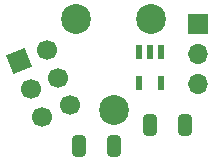
<source format=gbr>
%TF.GenerationSoftware,KiCad,Pcbnew,(6.0.8-1)-1*%
%TF.CreationDate,2024-01-05T14:00:28-06:00*%
%TF.ProjectId,Vishay 357 Pot Amplifier,56697368-6179-4203-9335-3720506f7420,rev?*%
%TF.SameCoordinates,Original*%
%TF.FileFunction,Soldermask,Top*%
%TF.FilePolarity,Negative*%
%FSLAX46Y46*%
G04 Gerber Fmt 4.6, Leading zero omitted, Abs format (unit mm)*
G04 Created by KiCad (PCBNEW (6.0.8-1)-1) date 2024-01-05 14:00:28*
%MOMM*%
%LPD*%
G01*
G04 APERTURE LIST*
G04 Aperture macros list*
%AMRoundRect*
0 Rectangle with rounded corners*
0 $1 Rounding radius*
0 $2 $3 $4 $5 $6 $7 $8 $9 X,Y pos of 4 corners*
0 Add a 4 corners polygon primitive as box body*
4,1,4,$2,$3,$4,$5,$6,$7,$8,$9,$2,$3,0*
0 Add four circle primitives for the rounded corners*
1,1,$1+$1,$2,$3*
1,1,$1+$1,$4,$5*
1,1,$1+$1,$6,$7*
1,1,$1+$1,$8,$9*
0 Add four rect primitives between the rounded corners*
20,1,$1+$1,$2,$3,$4,$5,0*
20,1,$1+$1,$4,$5,$6,$7,0*
20,1,$1+$1,$6,$7,$8,$9,0*
20,1,$1+$1,$8,$9,$2,$3,0*%
%AMHorizOval*
0 Thick line with rounded ends*
0 $1 width*
0 $2 $3 position (X,Y) of the first rounded end (center of the circle)*
0 $4 $5 position (X,Y) of the second rounded end (center of the circle)*
0 Add line between two ends*
20,1,$1,$2,$3,$4,$5,0*
0 Add two circle primitives to create the rounded ends*
1,1,$1,$2,$3*
1,1,$1,$4,$5*%
%AMRotRect*
0 Rectangle, with rotation*
0 The origin of the aperture is its center*
0 $1 length*
0 $2 width*
0 $3 Rotation angle, in degrees counterclockwise*
0 Add horizontal line*
21,1,$1,$2,0,0,$3*%
G04 Aperture macros list end*
%ADD10R,0.600000X1.200000*%
%ADD11R,1.700000X1.700000*%
%ADD12O,1.700000X1.700000*%
%ADD13RoundRect,0.250000X-0.325000X-0.650000X0.325000X-0.650000X0.325000X0.650000X-0.325000X0.650000X0*%
%ADD14RoundRect,0.250000X0.325000X0.650000X-0.325000X0.650000X-0.325000X-0.650000X0.325000X-0.650000X0*%
%ADD15RotRect,1.700000X1.700000X22.000000*%
%ADD16HorizOval,1.700000X0.000000X0.000000X0.000000X0.000000X0*%
%ADD17C,2.533000*%
G04 APERTURE END LIST*
D10*
%TO.C,U1*%
X147000000Y-102814600D03*
X146050000Y-102814600D03*
X145100000Y-102814600D03*
X145100000Y-105414600D03*
X147000000Y-105414600D03*
%TD*%
D11*
%TO.C,J2*%
X150088600Y-100406200D03*
D12*
X150088600Y-102946200D03*
X150088600Y-105486200D03*
%TD*%
D13*
%TO.C,C2*%
X146025000Y-109000000D03*
X148975000Y-109000000D03*
%TD*%
D14*
%TO.C,C1*%
X142975000Y-110700000D03*
X140025000Y-110700000D03*
%TD*%
D15*
%TO.C,J1*%
X134971959Y-103536485D03*
D16*
X137327006Y-102584984D03*
X135923460Y-105891532D03*
X138278507Y-104940031D03*
X136874960Y-108246579D03*
X139230007Y-107295078D03*
%TD*%
D17*
%TO.C,RV1*%
X146158600Y-99967400D03*
X142976600Y-107649400D03*
X139794600Y-99967400D03*
%TD*%
M02*

</source>
